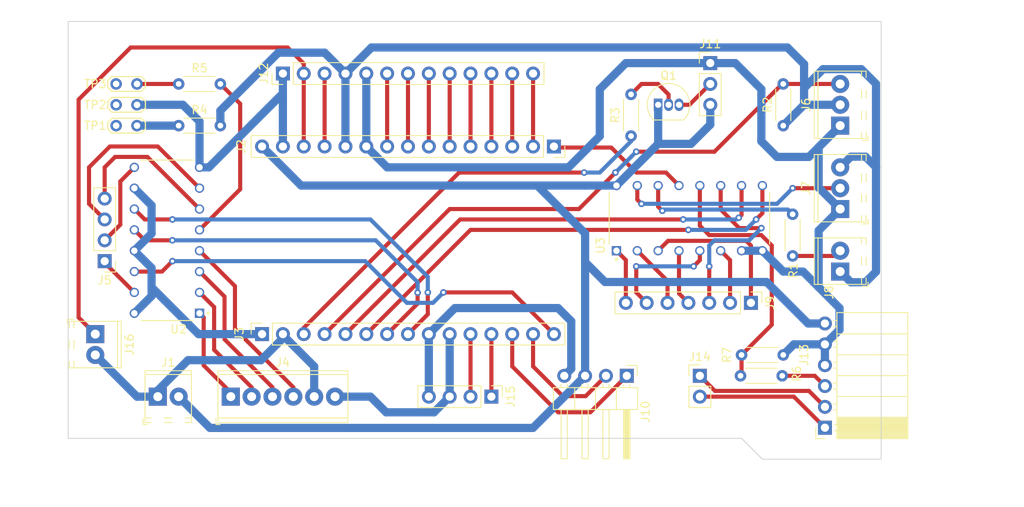
<source format=kicad_pcb>
(kicad_pcb (version 20221018) (generator pcbnew)
  (layers (0 "F.Cu" signal) (31 "B.Cu" signal) (34 "B.Paste" user) (35 "F.Paste" user) (36 "B.SilkS" user "B.Silkscreen") (37 "F.SilkS" user "F.Silkscreen") (38 "B.Mask" user) (39 "F.Mask" user) (44 "Edge.Cuts" user))
  (net 0 "")
  (net 1 "/VIN")
  (net 2 "/GND")
  (net 3 "/A0")
  (net 4 "/RSV1")
  (net 5 "/SD3")
  (net 6 "/SD2")
  (net 7 "/SD1")
  (net 8 "/CMD")
  (net 9 "/SD0")
  (net 10 "/CLK")
  (net 11 "/VCC")
  (net 12 "/EN")
  (net 13 "/RST")
  (net 14 "/RX")
  (net 15 "/D8")
  (net 16 "/D6")
  (net 17 "/D5")
  (net 18 "/D4")
  (net 19 "/D3")
  (net 20 "/D0")
  (net 21 "/WATER_DAT")
  (net 22 "/LIGHT_DAT")
  (net 23 "/Y3")
  (net 24 "/Y2")
  (net 25 "/Y1")
  (net 26 "/Y0")
  (net 27 "/X3")
  (net 28 "/RSV2")
  (net 29 "/INH")
  (net 30 "/Y")
  (net 31 "/SDA")
  (net 32 "/SCL")
  (net 33 "/T0")
  (net 34 "/P0")
  (net 35 "/D7")
  (net 36 "/TX")
  (net 37 "/Do")
  (net 38 "/S0")
  (net 39 "/S1")
  (net 40 "/S2")
  (net 41 "/S3")
  (net 42 "/QA")
  (net 43 "/QG")
  (net 44 "/QH'")
  (net 45 "/TX5V")
  (net 46 "/TXR")
  (net 47 "/VCCR")
  (net 48 "/R_LED")
  (net 49 "/R_LEDR")
  (net 50 "/QH")
  (net 51 "/LIGHT_DATR")
  (net 52 "/P0R")
  (footprint "TerminalBlock_Phoenix:TerminalBlock_Phoenix_MPT-0,5-3-2.54_1x03_P2.54mm_Horizontal" (layer "F.Cu") (at 188.042 86.36 90)
    (fp_text reference "J6" (at 2.54 -4.16 90) (layer "F.SilkS"))
    (fp_text value "Temp_sensor_terminal")
    (pad "" np_thru_hole circle (at 0 2.54 90) (size 1.1 1.1) (drill 1.1) (layers "*.Cu" "*.Mask"))
    (pad "" np_thru_hole circle (at 2.54 2.54 90) (size 1.1 1.1) (drill 1.1) (layers "*.Cu" "*.Mask"))
    (pad "" np_thru_hole circle (at 5.08 2.54 90) (size 1.1 1.1) (drill 1.1) (layers "*.Cu" "*.Mask"))
    (pad "1" thru_hole rect (at 0 0 90) (size 2.2 2.2) (drill 1.1) (layers "*.Cu" "*.Mask") (net 2 "/GND"))
    (pad "2" thru_hole circle (at 2.54 0 90) (size 2.2 2.2) (drill 1.1) (layers "*.Cu" "*.Mask") (net 11 "/VCC"))
    (pad "3" thru_hole circle (at 5.08 0 90) (size 2.2 2.2) (drill 1.1) (layers "*.Cu" "*.Mask") (net 14 "/RX"))
  )
  (footprint "TestPoint:TestPoint_2Pads_Pitch2.54mm_Drill0.8mm" (layer "F.Cu") (at 102.362 81.28 180)
    (fp_text reference "TP3" (at 5.08 0) (layer "F.SilkS"))
    (fp_text value "LED_an_R")
    (pad "1" thru_hole circle (at 0 0 180) (size 1.4 1.4) (drill 0.8) (layers "*.Cu" "*.Mask") (net 49 "/R_LEDR"))
    (pad "2" thru_hole circle (at 2.54 0 180) (size 1.4 1.4) (drill 0.8) (layers "*.Cu" "*.Mask"))
  )
  (footprint "TerminalBlock_Phoenix:TerminalBlock_Phoenix_MPT-0,5-2-2.54_1x02_P2.54mm_Horizontal" (layer "F.Cu") (at 104.902 119.38)
    (fp_text reference "J1" (at 1.27 -4.16) (layer "F.SilkS"))
    (fp_text value "Power_terminal")
    (pad "" np_thru_hole circle (at 0 2.54) (size 1.1 1.1) (drill 1.1) (layers "*.Cu" "*.Mask"))
    (pad "" np_thru_hole circle (at 2.54 2.54) (size 1.1 1.1) (drill 1.1) (layers "*.Cu" "*.Mask"))
    (pad "1" thru_hole rect (at 0 0) (size 2.2 2.2) (drill 1.1) (layers "*.Cu" "*.Mask") (net 2 "/GND"))
    (pad "2" thru_hole circle (at 2.54 0) (size 2.2 2.2) (drill 1.1) (layers "*.Cu" "*.Mask") (net 1 "/VIN"))
  )
  (footprint "Resistor_THT:R_Axial_DIN0204_L3.6mm_D1.6mm_P5.08mm_Horizontal" (layer "F.Cu") (at 181.102 114.3 180)
    (fp_text reference "R7" (at 6.858 0 90) (layer "F.SilkS"))
    (fp_text value "2KR")
    (pad "1" thru_hole circle (at 0 0 180) (size 1.4 1.4) (drill 0.7) (layers "*.Cu" "*.Mask") (net 2 "/GND"))
    (pad "2" thru_hole oval (at 5.08 0 180) (size 1.4 1.4) (drill 0.7) (layers "*.Cu" "*.Mask") (net 52 "/P0R"))
  )
  (footprint "MountingHole:MountingHole_2.5mm" (layer "F.Cu") (at 186.182 76.2 -90)
    (fp_text reference "H1" hide)
    (fp_text value "MountingHole")
    (pad "" np_thru_hole circle (at 0 0 270) (size 2.5 2.5) (drill 2.5) (layers "*.Cu" "*.Mask"))
  )
  (footprint "Connector_PinHeader_2.54mm:PinHeader_1x03_P2.54mm_Vertical" (layer "F.Cu") (at 172.212 78.74)
    (fp_text reference "J11" (at 0 -2.33) (layer "F.SilkS"))
    (fp_text value "Feeder_servo_pins")
    (pad "1" thru_hole rect (at 0 0) (size 1.7 1.7) (drill 1) (layers "*.Cu" "*.Mask") (net 2 "/GND"))
    (pad "2" thru_hole oval (at 0 2.54) (size 1.7 1.7) (drill 1) (layers "*.Cu" "*.Mask") (net 45 "/TX5V"))
    (pad "3" thru_hole oval (at 0 5.08) (size 1.7 1.7) (drill 1) (layers "*.Cu" "*.Mask") (net 1 "/VIN"))
  )
  (footprint "Connector_PinHeader_2.54mm:PinHeader_1x07_P2.54mm_Vertical" (layer "F.Cu") (at 177.165 107.95 -90)
    (fp_text reference "J9" (at 0 -2.33 90) (layer "F.SilkS"))
    (fp_text value "MUX_pins")
    (pad "1" thru_hole rect (at 0 0 270) (size 1.7 1.7) (drill 1) (layers "*.Cu" "*.Mask") (net 30 "/Y"))
    (pad "2" thru_hole oval (at 0 2.54 270) (size 1.7 1.7) (drill 1) (layers "*.Cu" "*.Mask") (net 29 "/INH"))
    (pad "3" thru_hole oval (at 0 5.08 270) (size 1.7 1.7) (drill 1) (layers "*.Cu" "*.Mask") (net 27 "/X3"))
    (pad "4" thru_hole oval (at 0 7.62 270) (size 1.7 1.7) (drill 1) (layers "*.Cu" "*.Mask") (net 23 "/Y3"))
    (pad "5" thru_hole oval (at 0 10.16 270) (size 1.7 1.7) (drill 1) (layers "*.Cu" "*.Mask") (net 24 "/Y2"))
    (pad "6" thru_hole oval (at 0 12.7 270) (size 1.7 1.7) (drill 1) (layers "*.Cu" "*.Mask") (net 25 "/Y1"))
    (pad "7" thru_hole oval (at 0 15.24 270) (size 1.7 1.7) (drill 1) (layers "*.Cu" "*.Mask") (net 26 "/Y0"))
  )
  (footprint "Package_TO_SOT_THT:TO-92_Inline" (layer "F.Cu") (at 165.862 83.82)
    (fp_text reference "Q1" (at 1.27 -3.556) (layer "F.SilkS"))
    (fp_text value "BC547")
    (pad "1" thru_hole rect (at 0 0) (size 1.05 1.5) (drill 0.75) (layers "*.Cu" "*.Mask") (net 1 "/VIN"))
    (pad "2" thru_hole oval (at 1.27 0) (size 1.05 1.5) (drill 0.75) (layers "*.Cu" "*.Mask") (net 46 "/TXR"))
    (pad "3" thru_hole oval (at 2.54 0) (size 1.05 1.5) (drill 0.75) (layers "*.Cu" "*.Mask") (net 45 "/TX5V"))
  )
  (footprint "MountingHole:MountingHole_2.5mm" (layer "F.Cu") (at 97.282 76.2 -90)
    (fp_text reference "H3" hide)
    (fp_text value "MountingHole")
    (pad "" np_thru_hole circle (at 0 0 270) (size 2.5 2.5) (drill 2.5) (layers "*.Cu" "*.Mask"))
  )
  (footprint "Resistor_THT:R_Axial_DIN0204_L3.6mm_D1.6mm_P5.08mm_Horizontal" (layer "F.Cu") (at 182.245 102.235 90)
    (fp_text reference "R1" (at -1.778 0.082 90) (layer "F.SilkS"))
    (fp_text value "10kR")
    (pad "1" thru_hole circle (at 0 0 90) (size 1.4 1.4) (drill 0.7) (layers "*.Cu" "*.Mask") (net 22 "/LIGHT_DAT"))
    (pad "2" thru_hole oval (at 5.08 0 90) (size 1.4 1.4) (drill 0.7) (layers "*.Cu" "*.Mask") (net 51 "/LIGHT_DATR"))
  )
  (footprint "Resistor_THT:R_Axial_DIN0204_L3.6mm_D1.6mm_P5.08mm_Horizontal" (layer "F.Cu") (at 162.56 87.63 90)
    (fp_text reference "R3" (at 2.54 -1.92 90) (layer "F.SilkS"))
    (fp_text value "10kR")
    (pad "1" thru_hole circle (at 0 0 90) (size 1.4 1.4) (drill 0.7) (layers "*.Cu" "*.Mask") (net 36 "/TX"))
    (pad "2" thru_hole oval (at 5.08 0 90) (size 1.4 1.4) (drill 0.7) (layers "*.Cu" "*.Mask") (net 46 "/TXR"))
  )
  (footprint "Resistor_THT:R_Axial_DIN0204_L3.6mm_D1.6mm_P5.08mm_Horizontal" (layer "F.Cu") (at 107.442 81.28)
    (fp_text reference "R5" (at 2.54 -1.92) (layer "F.SilkS"))
    (fp_text value "470R")
    (pad "1" thru_hole circle (at 0 0) (size 1.4 1.4) (drill 0.7) (layers "*.Cu" "*.Mask") (net 49 "/R_LEDR"))
    (pad "2" thru_hole oval (at 5.08 0) (size 1.4 1.4) (drill 0.7) (layers "*.Cu" "*.Mask") (net 48 "/R_LED"))
  )
  (footprint "MountingHole:MountingHole_2.5mm" (layer "F.Cu") (at 181.102 122.936 -90)
    (fp_text reference "H2" hide)
    (fp_text value "MountingHole")
    (pad "" np_thru_hole circle (at 0 0 270) (size 2.5 2.5) (drill 2.5) (layers "*.Cu" "*.Mask"))
  )
  (footprint "Connector_PinHeader_2.54mm:PinHeader_1x04_P2.54mm_Horizontal" (layer "F.Cu") (at 162.042 116.84 -90)
    (fp_text reference "J10" (at 4.385 -2.27 90) (layer "F.SilkS"))
    (fp_text value "LCD_pins")
    (pad "1" thru_hole rect (at 0 0 270) (size 1.7 1.7) (drill 1) (layers "*.Cu" "*.Mask") (net 31 "/SDA"))
    (pad "2" thru_hole oval (at 0 2.54 270) (size 1.7 1.7) (drill 1) (layers "*.Cu" "*.Mask") (net 32 "/SCL"))
    (pad "3" thru_hole oval (at 0 5.08 270) (size 1.7 1.7) (drill 1) (layers "*.Cu" "*.Mask") (net 1 "/VIN"))
    (pad "4" thru_hole oval (at 0 7.62 270) (size 1.7 1.7) (drill 1) (layers "*.Cu" "*.Mask") (net 2 "/GND"))
  )
  (footprint "Resistor_THT:R_Axial_DIN0204_L3.6mm_D1.6mm_P5.08mm_Horizontal" (layer "F.Cu") (at 175.895 116.84)
    (fp_text reference "R6" (at 6.858 -0.254 90) (layer "F.SilkS"))
    (fp_text value "1KR")
    (pad "1" thru_hole circle (at 0 0) (size 1.4 1.4) (drill 0.7) (layers "*.Cu" "*.Mask") (net 52 "/P0R"))
    (pad "2" thru_hole oval (at 5.08 0) (size 1.4 1.4) (drill 0.7) (layers "*.Cu" "*.Mask") (net 34 "/P0"))
  )
  (footprint "MountingHole:MountingHole_2.5mm" (layer "F.Cu") (at 96.52 121.92)
    (fp_text reference "H4" hide)
    (fp_text value "MountingHole")
    (pad "" np_thru_hole circle (at 0 0) (size 2.5 2.5) (drill 2.5) (layers "*.Cu" "*.Mask"))
  )
  (footprint "CD4052BE:DIP794W45P254L1969H508Q16" (layer "F.Cu") (at 169.672 97.63 90)
    (fp_text reference "U3" (at -3.335 -10.835 90) (layer "F.SilkS"))
    (fp_text value "CD4052B")
    (pad "1" thru_hole rect (at -3.97 -8.89 90) (size 1.13 1.13) (drill 0.78) (layers "*.Cu" "*.Mask") (net 26 "/Y0"))
    (pad "2" thru_hole circle (at -3.97 -6.35 90) (size 1.13 1.13) (drill 0.78) (layers "*.Cu" "*.Mask") (net 24 "/Y2"))
    (pad "3" thru_hole circle (at -3.97 -3.81 90) (size 1.13 1.13) (drill 0.78) (layers "*.Cu" "*.Mask") (net 30 "/Y"))
    (pad "4" thru_hole circle (at -3.97 -1.27 90) (size 1.13 1.13) (drill 0.78) (layers "*.Cu" "*.Mask") (net 23 "/Y3"))
    (pad "5" thru_hole circle (at -3.97 1.27 90) (size 1.13 1.13) (drill 0.78) (layers "*.Cu" "*.Mask") (net 25 "/Y1"))
    (pad "6" thru_hole circle (at -3.97 3.81 90) (size 1.13 1.13) (drill 0.78) (layers "*.Cu" "*.Mask") (net 29 "/INH"))
    (pad "7" thru_hole circle (at -3.97 6.35 90) (size 1.13 1.13) (drill 0.78) (layers "*.Cu" "*.Mask") (net 2 "/GND"))
    (pad "8" thru_hole circle (at -3.97 8.89 90) (size 1.13 1.13) (drill 0.78) (layers "*.Cu" "*.Mask") (net 2 "/GND"))
    (pad "9" thru_hole circle (at 3.97 8.89 90) (size 1.13 1.13) (drill 0.78) (layers "*.Cu" "*.Mask") (net 35 "/D7"))
    (pad "10" thru_hole circle (at 3.97 6.35 90) (size 1.13 1.13) (drill 0.78) (layers "*.Cu" "*.Mask") (net 15 "/D8"))
    (pad "11" thru_hole circle (at 3.97 3.81 90) (size 1.13 1.13) (drill 0.78) (layers "*.Cu" "*.Mask") (net 27 "/X3"))
    (pad "12" thru_hole circle (at 3.97 1.27 90) (size 1.13 1.13) (drill 0.78) (layers "*.Cu" "*.Mask") (net 52 "/P0R"))
    (pad "13" thru_hole circle (at 3.97 -1.27 90) (size 1.13 1.13) (drill 0.78) (layers "*.Cu" "*.Mask") (net 3 "/A0"))
    (pad "14" thru_hole circle (at 3.97 -3.81 90) (size 1.13 1.13) (drill 0.78) (layers "*.Cu" "*.Mask") (net 51 "/LIGHT_DATR"))
    (pad "15" thru_hole circle (at 3.97 -6.35 90) (size 1.13 1.13) (drill 0.78) (layers "*.Cu" "*.Mask") (net 21 "/WATER_DAT"))
    (pad "16" thru_hole circle (at 3.97 -8.89 90) (size 1.13 1.13) (drill 0.78) (layers "*.Cu" "*.Mask") (net 1 "/VIN"))
  )
  (footprint "TerminalBlock_Phoenix:TerminalBlock_Phoenix_MPT-0,5-3-2.54_1x03_P2.54mm_Horizontal" (layer "F.Cu") (at 188.042 96.52 90)
    (fp_text reference "J7" (at 2.54 -4.16 90) (layer "F.SilkS"))
    (fp_text value "Water_sensor_terminal")
    (pad "" np_thru_hole circle (at 0 2.54 90) (size 1.1 1.1) (drill 1.1) (layers "*.Cu" "*.Mask"))
    (pad "" np_thru_hole circle (at 2.54 2.54 90) (size 1.1 1.1) (drill 1.1) (layers "*.Cu" "*.Mask"))
    (pad "" np_thru_hole circle (at 5.08 2.54 90) (size 1.1 1.1) (drill 1.1) (layers "*.Cu" "*.Mask"))
    (pad "1" thru_hole rect (at 0 0 90) (size 2.2 2.2) (drill 1.1) (layers "*.Cu" "*.Mask") (net 2 "/GND"))
    (pad "2" thru_hole circle (at 2.54 0 90) (size 2.2 2.2) (drill 1.1) (layers "*.Cu" "*.Mask") (net 21 "/WATER_DAT"))
    (pad "3" thru_hole circle (at 5.08 0 90) (size 2.2 2.2) (drill 1.1) (layers "*.Cu" "*.Mask") (net 11 "/VCC"))
  )
  (footprint "Connector_PinSocket_2.54mm:PinSocket_1x15_P2.54mm_Vertical" (layer "F.Cu") (at 153.162 88.9 -90)
    (fp_text reference "J2" (at 0 38.1 90) (layer "F.SilkS"))
    (fp_text value "ESP left side sockets")
    (pad "1" thru_hole rect (at 0 0 270) (size 1.7 1.7) (drill 1) (layers "*.Cu" "*.Mask") (net 3 "/A0"))
    (pad "2" thru_hole oval (at 0 2.54 270) (size 1.7 1.7) (drill 1) (layers "*.Cu" "*.Mask") (net 4 "/RSV1"))
    (pad "3" thru_hole oval (at 0 5.08 270) (size 1.7 1.7) (drill 1) (layers "*.Cu" "*.Mask") (net 28 "/RSV2"))
    (pad "4" thru_hole oval (at 0 7.62 270) (size 1.7 1.7) (drill 1) (layers "*.Cu" "*.Mask") (net 5 "/SD3"))
    (pad "5" thru_hole oval (at 0 10.16 270) (size 1.7 1.7) (drill 1) (layers "*.Cu" "*.Mask") (net 6 "/SD2"))
    (pad "6" thru_hole oval (at 0 12.7 270) (size 1.7 1.7) (drill 1) (layers "*.Cu" "*.Mask") (net 7 "/SD1"))
    (pad "7" thru_hole oval (at 0 15.24 270) (size 1.7 1.7) (drill 1) (layers "*.Cu" "*.Mask") (net 8 "/CMD"))
    (pad "8" thru_hole oval (at 0 17.78 270) (size 1.7 1.7) (drill 1) (layers "*.Cu" "*.Mask") (net 9 "/SD0"))
    (pad "9" thru_hole oval (at 0 20.32 270) (size 1.7 1.7) (drill 1) (layers "*.Cu" "*.Mask") (net 10 "/CLK"))
    (pad "10" thru_hole oval (at 0 22.86 270) (size 1.7 1.7) (drill 1) (layers "*.Cu" "*.Mask") (net 2 "/GND"))
    (pad "11" thru_hole oval (at 0 25.4 270) (size 1.7 1.7) (drill 1) (layers "*.Cu" "*.Mask") (net 11 "/VCC"))
    (pad "12" thru_hole oval (at 0 27.94 270) (size 1.7 1.7) (drill 1) (layers "*.Cu" "*.Mask") (net 12 "/EN"))
    (pad "13" thru_hole oval (at 0 30.48 270) (size 1.7 1.7) (drill 1) (layers "*.Cu" "*.Mask") (net 13 "/RST"))
    (pad "14" thru_hole oval (at 0 33.02 270) (size 1.7 1.7) (drill 1) (layers "*.Cu" "*.Mask") (net 2 "/GND"))
    (pad "15" thru_hole oval (at 0 35.56 270) (size 1.7 1.7) (drill 1) (layers "*.Cu" "*.Mask") (net 1 "/VIN"))
  )
  (footprint "Connector_PinSocket_2.54mm:PinSocket_1x06_P2.54mm_Horizontal" (layer "F.Cu") (at 186.182 123.165 180)
    (fp_text reference "J13" (at 2.54 8.865 90) (layer "F.SilkS"))
    (fp_text value "PH_sensor_sockets")
    (pad "1" thru_hole rect (at 0 0 180) (size 1.7 1.7) (drill 1) (layers "*.Cu" "*.Mask") (net 33 "/T0"))
    (pad "2" thru_hole oval (at 0 2.54 180) (size 1.7 1.7) (drill 1) (layers "*.Cu" "*.Mask") (net 37 "/Do"))
    (pad "3" thru_hole oval (at 0 5.08 180) (size 1.7 1.7) (drill 1) (layers "*.Cu" "*.Mask") (net 34 "/P0"))
    (pad "4" thru_hole oval (at 0 7.62 180) (size 1.7 1.7) (drill 1) (layers "*.Cu" "*.Mask") (net 2 "/GND"))
    (pad "5" thru_hole oval (at 0 10.16 180) (size 1.7 1.7) (drill 1) (layers "*.Cu" "*.Mask") (net 2 "/GND"))
    (pad "6" thru_hole oval (at 0 12.7 180) (size 1.7 1.7) (drill 1) (layers "*.Cu" "*.Mask") (net 1 "/VIN"))
  )
  (footprint "TerminalBlock_Phoenix:TerminalBlock_Phoenix_MPT-0,5-6-2.54_1x06_P2.54mm_Horizontal" (layer "F.Cu") (at 113.792 119.38)
    (fp_text reference "J4" (at 6.35 -4.16) (layer "F.SilkS"))
    (fp_text value "Relay_terminal")
    (pad "1" thru_hole rect (at 0 0) (size 2.2 2.2) (drill 1.1) (layers "*.Cu" "*.Mask") (net 38 "/S0"))
    (pad "2" thru_hole circle (at 2.54 0) (size 2.2 2.2) (drill 1.1) (layers "*.Cu" "*.Mask") (net 39 "/S1"))
    (pad "3" thru_hole circle (at 5.08 0) (size 2.2 2.2) (drill 1.1) (layers "*.Cu" "*.Mask") (net 40 "/S2"))
    (pad "4" thru_hole circle (at 7.62 0) (size 2.2 2.2) (drill 1.1) (layers "*.Cu" "*.Mask") (net 41 "/S3"))
    (pad "5" thru_hole circle (at 10.16 0) (size 2.2 2.2) (drill 1.1) (layers "*.Cu" "*.Mask") (net 2 "/GND"))
    (pad "6" thru_hole circle (at 12.7 0) (size 2.2 2.2) (drill 1.1) (layers "*.Cu" "*.Mask") (net 11 "/VCC"))
  )
  (footprint "Connector_PinHeader_2.54mm:PinHeader_1x13_P2.54mm_Vertical" (layer "F.Cu") (at 120.142 80.01 90)
    (fp_text reference "J12" (at 0 -2.33 90) (layer "F.SilkS"))
    (fp_text value "ESP_pins")
    (pad "1" thru_hole rect (at 0 0 90) (size 1.7 1.7) (drill 1) (layers "*.Cu" "*.Mask") (net 2 "/GND"))
    (pad "2" thru_hole oval (at 0 2.54 90) (size 1.7 1.7) (drill 1) (layers "*.Cu" "*.Mask") (net 13 "/RST"))
    (pad "3" thru_hole oval (at 0 5.08 90) (size 1.7 1.7) (drill 1) (layers "*.Cu" "*.Mask") (net 12 "/EN"))
    (pad "4" thru_hole oval (at 0 7.62 90) (size 1.7 1.7) (drill 1) (layers "*.Cu" "*.Mask") (net 11 "/VCC"))
    (pad "5" thru_hole oval (at 0 10.16 90) (size 1.7 1.7) (drill 1) (layers "*.Cu" "*.Mask") (net 2 "/GND"))
    (pad "6" thru_hole oval (at 0 12.7 90) (size 1.7 1.7) (drill 1) (layers "*.Cu" "*.Mask") (net 10 "/CLK"))
    (pad "7" thru_hole oval (at 0 15.24 90) (size 1.7 1.7) (drill 1) (layers "*.Cu" "*.Mask") (net 9 "/SD0"))
    (pad "8" thru_hole oval (at 0 17.78 90) (size 1.7 1.7) (drill 1) (layers "*.Cu" "*.Mask") (net 8 "/CMD"))
    (pad "9" thru_hole oval (at 0 20.32 90) (size 1.7 1.7) (drill 1) (layers "*.Cu" "*.Mask") (net 7 "/SD1"))
    (pad "10" thru_hole oval (at 0 22.86 90) (size 1.7 1.7) (drill 1) (layers "*.Cu" "*.Mask") (net 6 "/SD2"))
    (pad "11" thru_hole oval (at 0 25.4 90) (size 1.7 1.7) (drill 1) (layers "*.Cu" "*.Mask") (net 5 "/SD3"))
    (pad "12" thru_hole oval (at 0 27.94 90) (size 1.7 1.7) (drill 1) (layers "*.Cu" "*.Mask") (net 28 "/RSV2"))
    (pad "13" thru_hole oval (at 0 30.48 90) (size 1.7 1.7) (drill 1) (layers "*.Cu" "*.Mask") (net 4 "/RSV1"))
  )
  (footprint "Resistor_THT:R_Axial_DIN0204_L3.6mm_D1.6mm_P5.08mm_Horizontal" (layer "F.Cu") (at 107.442 86.36)
    (fp_text reference "R4" (at 2.54 -1.92) (layer "F.SilkS"))
    (fp_text value "470R")
    (pad "1" thru_hole circle (at 0 0) (size 1.4 1.4) (drill 0.7) (layers "*.Cu" "*.Mask") (net 47 "/VCCR"))
    (pad "2" thru_hole oval (at 5.08 0) (size 1.4 1.4) (drill 0.7) (layers "*.Cu" "*.Mask") (net 11 "/VCC"))
  )
  (footprint "Connector_PinSocket_2.54mm:PinSocket_1x15_P2.54mm_Vertical" (layer "F.Cu") (at 117.602 111.76 90)
    (fp_text reference "J3" (at 0 -2.77 90) (layer "F.SilkS"))
    (fp_text value "ESP right side sockets")
    (pad "1" thru_hole rect (at 0 0 90) (size 1.7 1.7) (drill 1) (layers "*.Cu" "*.Mask") (net 11 "/VCC"))
    (pad "2" thru_hole oval (at 0 2.54 90) (size 1.7 1.7) (drill 1) (layers "*.Cu" "*.Mask") (net 2 "/GND"))
    (pad "3" thru_hole oval (at 0 5.08 90) (size 1.7 1.7) (drill 1) (layers "*.Cu" "*.Mask") (net 36 "/TX"))
    (pad "4" thru_hole oval (at 0 7.62 90) (size 1.7 1.7) (drill 1) (layers "*.Cu" "*.Mask") (net 14 "/RX"))
    (pad "5" thru_hole oval (at 0 10.16 90) (size 1.7 1.7) (drill 1) (layers "*.Cu" "*.Mask") (net 15 "/D8"))
    (pad "6" thru_hole oval (at 0 12.7 90) (size 1.7 1.7) (drill 1) (layers "*.Cu" "*.Mask") (net 35 "/D7"))
    (pad "7" thru_hole oval (at 0 15.24 90) (size 1.7 1.7) (drill 1) (layers "*.Cu" "*.Mask") (net 16 "/D6"))
    (pad "8" thru_hole oval (at 0 17.78 90) (size 1.7 1.7) (drill 1) (layers "*.Cu" "*.Mask") (net 17 "/D5"))
    (pad "9" thru_hole oval (at 0 20.32 90) (size 1.7 1.7) (drill 1) (layers "*.Cu" "*.Mask") (net 2 "/GND"))
    (pad "10" thru_hole oval (at 0 22.86 90) (size 1.7 1.7) (drill 1) (layers "*.Cu" "*.Mask") (net 11 "/VCC"))
    (pad "11" thru_hole oval (at 0 25.4 90) (size 1.7 1.7) (drill 1) (layers "*.Cu" "*.Mask") (net 18 "/D4"))
    (pad "12" thru_hole oval (at 0 27.94 90) (size 1.7 1.7) (drill 1) (layers "*.Cu" "*.Mask") (net 19 "/D3"))
    (pad "13" thru_hole oval (at 0 30.48 90) (size 1.7 1.7) (drill 1) (layers "*.Cu" "*.Mask") (net 31 "/SDA"))
    (pad "14" thru_hole oval (at 0 33.02 90) (size 1.7 1.7) (drill 1) (layers "*.Cu" "*.Mask") (net 32 "/SCL"))
    (pad "15" thru_hole oval (at 0 35.56 90) (size 1.7 1.7) (drill 1) (layers "*.Cu" "*.Mask") (net 20 "/D0"))
  )
  (footprint "TestPoint:TestPoint_2Pads_Pitch2.54mm_Drill0.8mm" (layer "F.Cu") (at 102.362 86.36 180)
    (fp_text reference "TP1" (at 5.08 0) (layer "F.SilkS"))
    (fp_text value "LED_an_G")
    (pad "1" thru_hole circle (at 0 0 180) (size 1.4 1.4) (drill 0.8) (layers "*.Cu" "*.Mask") (net 47 "/VCCR"))
    (pad "2" thru_hole circle (at 2.54 0 180) (size 1.4 1.4) (drill 0.8) (layers "*.Cu" "*.Mask"))
  )
  (footprint "Connector_PinHeader_2.54mm:PinHeader_1x02_P2.54mm_Vertical" (layer "F.Cu") (at 170.942 116.84)
    (fp_text reference "J14" (at 0 -2.33) (layer "F.SilkS"))
    (fp_text value "Ph_sesnor-pins")
    (pad "1" thru_hole rect (at 0 0) (size 1.7 1.7) (drill 1) (layers "*.Cu" "*.Mask") (net 37 "/Do"))
    (pad "2" thru_hole oval (at 0 2.54) (size 1.7 1.7) (drill 1) (layers "*.Cu" "*.Mask") (net 33 "/T0"))
  )
  (footprint "Resistor_THT:R_Axial_DIN0204_L3.6mm_D1.6mm_P5.08mm_Horizontal" (layer "F.Cu") (at 181.102 86.36 90)
    (fp_text reference "R2" (at 2.54 -1.92 90) (layer "F.SilkS"))
    (fp_text value "4700R")
    (pad "1" thru_hole circle (at 0 0 90) (size 1.4 1.4) (drill 0.7) (layers "*.Cu" "*.Mask") (net 11 "/VCC"))
    (pad "2" thru_hole oval (at 5.08 0 90) (size 1.4 1.4) (drill 0.7) (layers "*.Cu" "*.Mask") (net 14 "/RX"))
  )
  (footprint "TerminalBlock_Phoenix:TerminalBlock_Phoenix_MPT-0,5-2-2.54_1x02_P2.54mm_Horizontal" (layer "F.Cu") (at 188.042 104.14 90)
    (fp_text reference "J8" (at -2.54 -1.352 90) (layer "F.SilkS"))
    (fp_text value "Light_sensor_terminal")
    (pad "" np_thru_hole circle (at 0 2.54 90) (size 1.1 1.1) (drill 1.1) (layers "*.Cu" "*.Mask"))
    (pad "" np_thru_hole circle (at 2.54 2.54 90) (size 1.1 1.1) (drill 1.1) (layers "*.Cu" "*.Mask"))
    (pad "1" thru_hole rect (at 0 0 90) (size 2.2 2.2) (drill 1.1) (layers "*.Cu" "*.Mask") (net 11 "/VCC"))
    (pad "2" thru_hole circle (at 2.54 0 90) (size 2.2 2.2) (drill 1.1) (layers "*.Cu" "*.Mask") (net 22 "/LIGHT_DAT"))
  )
  (footprint "Connector_PinHeader_2.54mm:PinHeader_1x04_P2.54mm_Vertical" (layer "F.Cu") (at 145.542 119.38 -90)
    (fp_text reference "J15" (at 0 -2.33 90) (layer "F.SilkS"))
    (fp_text value "Power & D3-D4")
    (pad "1" thru_hole rect (at 0 0 270) (size 1.7 1.7) (drill 1) (layers "*.Cu" "*.Mask") (net 19 "/D3"))
    (pad "2" thru_hole oval (at 0 2.54 270) (size 1.7 1.7) (drill 1) (layers "*.Cu" "*.Mask") (net 18 "/D4"))
    (pad "3" thru_hole oval (at 0 5.08 270) (size 1.7 1.7) (drill 1) (layers "*.Cu" "*.Mask") (net 11 "/VCC"))
    (pad "4" thru_hole oval (at 0 7.62 270) (size 1.7 1.7) (drill 1) (layers "*.Cu" "*.Mask") (net 2 "/GND"))
  )
  (footprint "TerminalBlock_Phoenix:TerminalBlock_Phoenix_MPT-0,5-2-2.54_1x02_P2.54mm_Horizontal" (layer "F.Cu") (at 97.282 111.76 -90)
    (fp_text reference "J16" (at 1.27 -4.16 90) (layer "F.SilkS"))
    (fp_text value "Reset_button_terminal")
    (pad "" np_thru_hole circle (at 0 2.54 270) (size 1.1 1.1) (drill 1.1) (layers "*.Cu" "*.Mask"))
    (pad "" np_thru_hole circle (at 2.54 2.54 270) (size 1.1 1.1) (drill 1.1) (layers "*.Cu" "*.Mask"))
    (pad "1" thru_hole rect (at 0 0 270) (size 2.2 2.2) (drill 1.1) (layers "*.Cu" "*.Mask") (net 13 "/RST"))
    (pad "2" thru_hole circle (at 2.54 0 270) (size 2.2 2.2) (drill 1.1) (layers "*.Cu" "*.Mask") (net 2 "/GND"))
  )
  (footprint "CD4052BE:DIP794W45P254L1969H508Q16" (layer "F.Cu") (at 106.012 100.33 180)
    (fp_text reference "U2" (at -1.425 -10.835) (layer "F.SilkS"))
    (fp_text value "74HC595")
    (pad "1" thru_hole rect (at -3.97 -8.89 180) (size 1.13 1.13) (drill 0.78) (layers "*.Cu" "*.Mask") (net 38 "/S0"))
    (pad "2" thru_hole circle (at -3.97 -6.35 180) (size 1.13 1.13) (drill 0.78) (layers "*.Cu" "*.Mask") (net 39 "/S1"))
    (pad "3" thru_hole circle (at -3.97 -3.81 180) (size 1.13 1.13) (drill 0.78) (layers "*.Cu" "*.Mask") (net 40 "/S2"))
    (pad "4" thru_hole circle (at -3.97 -1.27 180) (size 1.13 1.13) (drill 0.78) (layers "*.Cu" "*.Mask") (net 41 "/S3"))
    (pad "5" thru_hole circle (at -3.97 1.27 180) (size 1.13 1.13) (drill 0.78) (layers "*.Cu" "*.Mask") (net 48 "/R_LED"))
    (pad "6" thru_hole circle (at -3.97 3.81 180) (size 1.13 1.13) (drill 0.78) (layers "*.Cu" "*.Mask") (net 43 "/QG"))
    (pad "7" thru_hole circle (at -3.97 6.35 180) (size 1.13 1.13) (drill 0.78) (layers "*.Cu" "*.Mask") (net 50 "/QH"))
    (pad "8" thru_hole circle (at -3.97 8.89 180) (size 1.13 1.13) (drill 0.78) (layers "*.Cu" "*.Mask") (net 2 "/GND"))
    (pad "9" thru_hole circle (at 3.97 8.89 180) (size 1.13 1.13) (drill 0.78) (layers "*.Cu" "*.Mask") (net 44 "/QH'"))
    (pad "10" thru_hole circle (at 3.97 6.35 180) (size 1.13 1.13) (drill 0.78) (layers "*.Cu" "*.Mask") (net 11 "/VCC"))
    (pad "11" thru_hole circle (at 3.97 3.81 180) (size 1.13 1.13) (drill 0.78) (layers "*.Cu" "*.Mask") (net 17 "/D5"))
    (pad "12" thru_hole circle (at 3.97 1.27 180) (size 1.13 1.13) (drill 0.78) (layers "*.Cu" "*.Mask") (net 16 "/D6"))
    (pad "13" thru_hole circle (at 3.97 -1.27 180) (size 1.13 1.13) (drill 0.78) (layers "*.Cu" "*.Mask") (net 11 "/VCC"))
    (pad "14" thru_hole circle (at 3.97 -3.81 180) (size 1.13 1.13) (drill 0.78) (layers "*.Cu" "*.Mask") (net 20 "/D0"))
    (pad "15" thru_hole circle (at 3.97 -6.35 180) (size 1.13 1.13) (drill 0.78) (layers "*.Cu" "*.Mask") (net 42 "/QA"))
    (pad "16" thru_hole circle (at 3.97 -8.89 180) (size 1.13 1.13) (drill 0.78) (layers "*.Cu" "*.Mask") (net 11 "/VCC"))
  )
  (footprint "Connector_PinHeader_2.54mm:PinHeader_1x04_P2.54mm_Vertical" (layer "F.Cu") (at 98.425 102.87 180)
    (fp_text reference "J5" (at 0 -2.33) (layer "F.SilkS"))
    (fp_text value "SREG_pins")
    (pad "1" thru_hole rect (at 0 0 180) (size 1.7 1.7) (drill 1) (layers "*.Cu" "*.Mask") (net 42 "/QA"))
    (pad "2" thru_hole oval (at 0 2.54 180) (size 1.7 1.7) (drill 1) (layers "*.Cu" "*.Mask") (net 44 "/QH'"))
    (pad "3" thru_hole oval (at 0 5.08 180) (size 1.7 1.7) (drill 1) (layers "*.Cu" "*.Mask") (net 50 "/QH"))
    (pad "4" thru_hole oval (at 0 7.62 180) (size 1.7 1.7) (drill 1) (layers "*.Cu" "*.Mask") (net 43 "/QG"))
  )
  (footprint "TestPoint:TestPoint_2Pads_Pitch2.54mm_Drill0.8mm" (layer "F.Cu") (at 102.362 83.82 180)
    (fp_text reference "TP2" (at 5.08 0) (layer "F.SilkS"))
    (fp_text value "LED_common_cat")
    (pad "1" thru_hole circle (at 0 0 180) (size 1.4 1.4) (drill 0.8) (layers "*.Cu" "*.Mask") (net 2 "/GND"))
    (pad "2" thru_hole circle (at 2.54 0 180) (size 1.4 1.4) (drill 0.8) (layers "*.Cu" "*.Mask"))
  )
  (gr_line (start 93.98 124.46) (end 93.98 73.66) (stroke (width 0.1)) (layer "Edge.Cuts"))
  (gr_line (start 193.04 127) (end 191.262 127) (stroke (width 0.1)) (layer "Edge.Cuts"))
  (gr_line (start 94.742 73.66) (end 93.98 73.66) (stroke (width 0.1)) (layer "Edge.Cuts"))
  (gr_line (start 107.442 73.66) (end 191.262 73.66) (stroke (width 0.1)) (layer "Edge.Cuts"))
  (gr_line (start 193.04 73.66) (end 191.262 73.66) (stroke (width 0.1)) (layer "Edge.Cuts"))
  (gr_line (start 191.262 127) (end 178.562 127) (stroke (width 0.1)) (layer "Edge.Cuts"))
  (gr_line (start 94.742 73.66) (end 107.442 73.66) (stroke (width 0.1)) (layer "Edge.Cuts"))
  (gr_line (start 193.04 73.66) (end 193.04 127) (stroke (width 0.1)) (layer "Edge.Cuts"))
  (gr_line (start 178.562 127) (end 176.022 124.46) (stroke (width 0.1)) (layer "Edge.Cuts"))
  (gr_line (start 176.022 124.46) (end 94.742 124.46) (stroke (width 0.1)) (layer "Edge.Cuts"))
  (gr_line (start 94.742 124.46) (end 93.98 124.46) (stroke (width 0.1)) (layer "Edge.Cuts"))
  (segment (start 179.07 105.41) (end 159.385 105.41) (width 1) (layer "B.Cu") (net 1))
  (segment (start 165.862 83.82) (end 165.862 88.58) (width 1) (layer "B.Cu") (net 1))
  (segment (start 184.125 110.465) (end 179.07 105.41) (width 1) (layer "B.Cu") (net 1))
  (segment (start 156.962 102.87) (end 156.962 99.492) (width 1) (layer "B.Cu") (net 1))
  (segment (start 107.442 119.38) (end 111.252 123.19) (width 1) (layer "B.Cu") (net 1))
  (segment (start 111.252 123.19) (end 150.612 123.19) (width 1) (layer "B.Cu") (net 1))
  (segment (start 172.212 83.82) (end 172.212 86.233) (width 1) (layer "B.Cu") (net 1))
  (segment (start 186.182 110.465) (end 184.125 110.465) (width 1) (layer "B.Cu") (net 1))
  (segment (start 159.385 105.41) (end 156.962 102.987) (width 1) (layer "B.Cu") (net 1))
  (segment (start 151.13 93.66) (end 122.362 93.66) (width 1) (layer "B.Cu") (net 1))
  (segment (start 122.362 93.66) (end 117.602 88.9) (width 1) (layer "B.Cu") (net 1))
  (segment (start 151.13 93.66) (end 156.972 93.66) (width 1) (layer "B.Cu") (net 1))
  (segment (start 156.962 102.987) (end 156.962 102.87) (width 1) (layer "B.Cu") (net 1))
  (segment (start 169.865 88.58) (end 165.862 88.58) (width 1) (layer "B.Cu") (net 1))
  (segment (start 150.612 123.19) (end 156.962 116.84) (width 1) (layer "B.Cu") (net 1))
  (segment (start 172.212 86.233) (end 169.865 88.58) (width 1) (layer "B.Cu") (net 1))
  (segment (start 160.782 93.66) (end 156.972 93.66) (width 1) (layer "B.Cu") (net 1))
  (segment (start 165.862 88.58) (end 160.782 93.66) (width 1) (layer "B.Cu") (net 1))
  (segment (start 156.962 116.84) (end 156.962 102.87) (width 1) (layer "B.Cu") (net 1))
  (segment (start 156.962 99.492) (end 151.13 93.66) (width 1) (layer "B.Cu") (net 1))
  (segment (start 120.142 112.268) (end 117.475 114.935) (width 1) (layer "B.Cu") (net 2))
  (segment (start 178.435 88.265) (end 180.34 90.17) (width 1) (layer "B.Cu") (net 2))
  (segment (start 155.272 110.187) (end 153.67 108.585) (width 1) (layer "B.Cu") (net 2))
  (segment (start 158.75 81.915) (end 158.75 87.63) (width 1) (layer "B.Cu") (net 2))
  (segment (start 185.42 93.903585) (end 185.42 88.982) (width 1) (layer "B.Cu") (net 2))
  (segment (start 158.75 87.63) (end 154.94 91.44) (width 1) (layer "B.Cu") (net 2))
  (segment (start 153.67 108.585) (end 141.097 108.585) (width 1) (layer "B.Cu") (net 2))
  (segment (start 178.562 101.6) (end 181.102 104.14) (width 1) (layer "B.Cu") (net 2))
  (segment (start 183.515 104.14) (end 185.42 106.045) (width 1) (layer "B.Cu") (net 2))
  (segment (start 120.142 111.887) (end 123.952 115.697) (width 1) (layer "B.Cu") (net 2))
  (segment (start 109.982 91.44) (end 111.125 91.44) (width 1) (layer "B.Cu") (net 2))
  (segment (start 185.42 106.045) (end 185.42 99.142) (width 1) (layer "B.Cu") (net 2))
  (segment (start 109.982 85.852) (end 109.982 91.44) (width 1) (layer "B.Cu") (net 2))
  (segment (start 176.022 101.6) (end 178.562 101.6) (width 1) (layer "B.Cu") (net 2))
  (segment (start 161.925 78.74) (end 158.75 81.915) (width 1) (layer "B.Cu") (net 2))
  (segment (start 182.397 113.005) (end 181.102 114.3) (width 1) (layer "B.Cu") (net 2))
  (segment (start 108.585 114.935) (end 104.902 118.618) (width 1) (layer "B.Cu") (net 2))
  (segment (start 172.212 78.74) (end 161.925 78.74) (width 1) (layer "B.Cu") (net 2))
  (segment (start 154.422 116.84) (end 155.272 115.99) (width 1) (layer "B.Cu") (net 2))
  (segment (start 102.362 83.82) (end 107.95 83.82) (width 1) (layer "B.Cu") (net 2))
  (segment (start 111.125 91.44) (end 120.142 82.423) (width 1) (layer "B.Cu") (net 2))
  (segment (start 137.922 119.38) (end 137.922 111.76) (width 1) (layer "B.Cu") (net 2))
  (segment (start 132.842 91.44) (end 130.302 88.9) (width 1) (layer "B.Cu") (net 2))
  (segment (start 102.362 119.38) (end 97.282 114.3) (width 1) (layer "B.Cu") (net 2))
  (segment (start 172.212 78.74) (end 175.26 78.74) (width 1) (layer "B.Cu") (net 2))
  (segment (start 186.182 113.005) (end 182.397 113.005) (width 1) (layer "B.Cu") (net 2))
  (segment (start 185.42 99.142) (end 188.042 96.52) (width 1) (layer "B.Cu") (net 2))
  (segment (start 187.96 111.227) (end 187.96 108.585) (width 1) (layer "B.Cu") (net 2))
  (segment (start 181.102 104.14) (end 183.515 104.14) (width 1) (layer "B.Cu") (net 2))
  (segment (start 175.26 78.74) (end 178.435 81.915) (width 1) (layer "B.Cu") (net 2))
  (segment (start 185.42 88.982) (end 188.042 86.36) (width 1) (layer "B.Cu") (net 2))
  (segment (start 184.226415 90.17) (end 188.036415 86.36) (width 1) (layer "B.Cu") (net 2))
  (segment (start 120.142 111.76) (end 120.142 112.268) (width 1) (layer "B.Cu") (net 2))
  (segment (start 188.036415 86.36) (end 188.042 86.36) (width 1) (layer "B.Cu") (net 2))
  (segment (start 120.142 88.9) (end 120.142 84.455) (width 1) (layer "B.Cu") (net 2))
  (segment (start 180.34 90.17) (end 184.226415 90.17) (width 1) (layer "B.Cu") (net 2))
  (segment (start 155.272 115.99) (end 155.272 110.187) (width 1) (layer "B.Cu") (net 2))
  (segment (start 130.302 80.01) (end 130.302 88.9) (width 1) (layer "B.Cu") (net 2))
  (segment (start 107.95 83.82) (end 109.982 85.852) (width 1) (layer "B.Cu") (net 2))
  (segment (start 188.036415 96.52) (end 185.42 93.903585) (width 1) (layer "B.Cu") (net 2))
  (segment (start 186.182 113.005) (end 187.96 111.227) (width 1) (layer "B.Cu") (net 2))
  (segment (start 104.902 119.38) (end 102.362 119.38) (width 1) (layer "B.Cu") (net 2))
  (segment (start 187.96 108.585) (end 185.42 106.045) (width 1) (layer "B.Cu") (net 2))
  (segment (start 120.142 84.455) (end 120.142 80.01) (width 1) (layer "B.Cu") (net 2))
  (segment (start 141.097 108.585) (end 137.922 111.76) (width 1) (layer "B.Cu") (net 2))
  (segment (start 117.475 114.935) (end 108.585 114.935) (width 1) (layer "B.Cu") (net 2))
  (segment (start 188.042 96.52) (end 188.036415 96.52) (width 1) (layer "B.Cu") (net 2))
  (segment (start 186.182 115.545) (end 186.182 113.005) (width 1) (layer "B.Cu") (net 2))
  (segment (start 154.94 91.44) (end 132.842 91.44) (width 1) (layer "B.Cu") (net 2))
  (segment (start 104.902 118.618) (end 104.902 119.38) (width 1) (layer "B.Cu") (net 2))
  (segment (start 123.952 115.697) (end 123.952 119.38) (width 1) (layer "B.Cu") (net 2))
  (segment (start 120.142 111.76) (end 120.142 111.887) (width 1) (layer "B.Cu") (net 2))
  (segment (start 178.435 81.915) (end 178.435 88.265) (width 1) (layer "B.Cu") (net 2))
  (segment (start 163.195 92.075) (end 166.817 92.075) (width 0.5) (layer "F.Cu") (net 3))
  (segment (start 153.162 88.9) (end 153.292 89.03) (width 0.5) (layer "F.Cu") (net 3))
  (segment (start 160.15 89.03) (end 163.195 92.075) (width 0.5) (layer "F.Cu") (net 3))
  (segment (start 153.292 89.03) (end 160.15 89.03) (width 0.5) (layer "F.Cu") (net 3))
  (segment (start 166.817 92.075) (end 168.402 93.66) (width 0.5) (layer "F.Cu") (net 3))
  (segment (start 150.622 80.01) (end 150.622 88.9) (width 0.5) (layer "F.Cu") (net 4))
  (segment (start 145.542 80.01) (end 145.542 88.9) (width 0.5) (layer "F.Cu") (net 5))
  (segment (start 143.002 80.01) (end 143.002 88.9) (width 0.5) (layer "F.Cu") (net 6))
  (segment (start 140.462 80.01) (end 140.462 88.9) (width 0.5) (layer "F.Cu") (net 7))
  (segment (start 137.922 80.01) (end 137.922 88.9) (width 0.5) (layer "F.Cu") (net 8))
  (segment (start 135.382 80.01) (end 135.382 88.9) (width 0.5) (layer "F.Cu") (net 9))
  (segment (start 132.842 80.01) (end 132.842 88.9) (width 0.5) (layer "F.Cu") (net 10))
  (segment (start 189.342 105.44) (end 191.120478 105.44) (width 1) (layer "B.Cu") (net 11))
  (segment (start 183.642 81.788) (end 183.642 83.82) (width 1) (layer "B.Cu") (net 11))
  (segment (start 102.042 101.6) (end 104.14 99.502) (width 1) (layer "B.Cu") (net 11))
  (segment (start 125.222 77.47) (end 127.762 80.01) (width 1) (layer "B.Cu") (net 11))
  (segment (start 183.642 78.867) (end 181.61 76.835) (width 1) (layer "B.Cu") (net 11))
  (segment (start 112.522 84.53) (end 119.582 77.47) (width 1) (layer "B.Cu") (net 11))
  (segment (start 185.95 79.48) (end 183.642 81.788) (width 1) (layer "B.Cu") (net 11))
  (segment (start 127.762 88.9) (end 127.762 80.01) (width 1) (layer "B.Cu") (net 11))
  (segment (start 140.462 119.38) (end 140.462 111.76) (width 1) (layer "B.Cu") (net 11))
  (segment (start 119.582 77.47) (end 125.222 77.47) (width 1) (layer "B.Cu") (net 11))
  (segment (start 188.042 104.14) (end 189.342 105.44) (width 1) (layer "B.Cu") (net 11))
  (segment (start 191.120478 90.14) (end 189.342 90.14) (width 1) (layer "B.Cu") (net 11))
  (segment (start 183.642 83.82) (end 188.042 83.82) (width 1) (layer "B.Cu") (net 11))
  (segment (start 126.492 119.38) (end 130.81 119.38) (width 1) (layer "B.Cu") (net 11))
  (segment (start 104.14 99.502) (end 104.14 96.078) (width 1) (layer "B.Cu") (net 11))
  (segment (start 181.61 76.835) (end 130.937 76.835) (width 1) (layer "B.Cu") (net 11))
  (segment (start 181.102 86.36) (end 183.642 83.82) (width 1) (layer "B.Cu") (net 11))
  (segment (start 102.042 101.6) (end 104.14 103.698) (width 1) (layer "B.Cu") (net 11))
  (segment (start 192.405 91.424522) (end 192.405 81.264522) (width 1) (layer "B.Cu") (net 11))
  (segment (start 138.557 121.285) (end 140.462 119.38) (width 1) (layer "B.Cu") (net 11))
  (segment (start 109.855 111.76) (end 104.14 106.045) (width 1) (layer "B.Cu") (net 11))
  (segment (start 112.522 86.36) (end 112.522 84.53) (width 1) (layer "B.Cu") (net 11))
  (segment (start 109.855 111.76) (end 117.602 111.76) (width 1) (layer "B.Cu") (net 11))
  (segment (start 192.405 81.264522) (end 190.620478 79.48) (width 1) (layer "B.Cu") (net 11))
  (segment (start 130.937 76.835) (end 127.762 80.01) (width 1) (layer "B.Cu") (net 11))
  (segment (start 104.14 103.698) (end 104.14 106.045) (width 1) (layer "B.Cu") (net 11))
  (segment (start 189.342 90.14) (end 188.042 91.44) (width 1) (layer "B.Cu") (net 11))
  (segment (start 104.14 106.045) (end 104.14 107.122) (width 1) (layer "B.Cu") (net 11))
  (segment (start 192.405 104.155478) (end 192.405 91.424522) (width 1) (layer "B.Cu") (net 11))
  (segment (start 132.715 121.285) (end 138.557 121.285) (width 1) (layer "B.Cu") (net 11))
  (segment (start 192.405 91.424522) (end 191.120478 90.14) (width 1) (layer "B.Cu") (net 11))
  (segment (start 191.120478 105.44) (end 192.405 104.155478) (width 1) (layer "B.Cu") (net 11))
  (segment (start 104.14 96.078) (end 102.042 93.98) (width 1) (layer "B.Cu") (net 11))
  (segment (start 190.620478 79.48) (end 185.95 79.48) (width 1) (layer "B.Cu") (net 11))
  (segment (start 183.642 81.788) (end 183.642 78.867) (width 1) (layer "B.Cu") (net 11))
  (segment (start 130.81 119.38) (end 132.715 121.285) (width 1) (layer "B.Cu") (net 11))
  (segment (start 104.14 107.122) (end 102.042 109.22) (width 1) (layer "B.Cu") (net 11))
  (segment (start 188.042 83.82) (end 188.036415 83.82) (width 1) (layer "B.Cu") (net 11))
  (segment (start 125.222 80.01) (end 125.222 88.9) (width 0.5) (layer "F.Cu") (net 12))
  (segment (start 122.682 88.9) (end 122.682 80.01) (width 0.5) (layer "F.Cu") (net 13))
  (segment (start 120.7135 76.835) (end 122.682 78.8035) (width 0.5) (layer "F.Cu") (net 13))
  (segment (start 101.6 76.835) (end 120.7135 76.835) (width 0.5) (layer "F.Cu") (net 13))
  (segment (start 122.682 78.8035) (end 122.682 80.01) (width 0.5) (layer "F.Cu") (net 13))
  (segment (start 97.282 111.76) (end 95.25 109.728) (width 0.5) (layer "F.Cu") (net 13))
  (segment (start 95.25 109.728) (end 95.25 83.185) (width 0.5) (layer "F.Cu") (net 13))
  (segment (start 95.25 83.185) (end 101.6 76.835) (width 0.5) (layer "F.Cu") (net 13))
  (segment (start 156.21 96.52) (end 140.462 96.52) (width 0.5) (layer "F.Cu") (net 14))
  (segment (start 180.975 81.28) (end 172.72 89.535) (width 0.5) (layer "F.Cu") (net 14))
  (segment (start 140.462 96.52) (end 125.222 111.76) (width 0.5) (layer "F.Cu") (net 14))
  (segment (start 172.72 89.535) (end 163.195 89.535) (width 0.5) (layer "F.Cu") (net 14))
  (segment (start 160.655 92.075) (end 156.21 96.52) (width 0.5) (layer "F.Cu") (net 14))
  (segment (start 188.042 81.28) (end 181.102 81.28) (width 0.5) (layer "F.Cu") (net 14))
  (segment (start 181.102 81.28) (end 180.975 81.28) (width 0.5) (layer "F.Cu") (net 14))
  (via (at 160.655 92.075) (size 0.8) (drill 0.4) (layers "F.Cu" "B.Cu") (net 14))
  (via (at 163.195 89.535) (size 0.8) (drill 0.4) (layers "F.Cu" "B.Cu") (net 14))
  (segment (start 163.195 89.535) (end 160.655 92.075) (width 0.5) (layer "B.Cu") (net 14))
  (segment (start 175.68475 97.57975) (end 176.022 97.2425) (width 0.5) (layer "F.Cu") (net 15))
  (segment (start 141.732 97.79) (end 127.762 111.76) (width 0.5) (layer "F.Cu") (net 15))
  (segment (start 176.022 97.2425) (end 176.022 93.66) (width 0.5) (layer "F.Cu") (net 15))
  (segment (start 168.91 97.79) (end 141.732 97.79) (width 0.5) (layer "F.Cu") (net 15))
  (via (at 175.68475 97.57975) (size 0.8) (drill 0.4) (layers "F.Cu" "B.Cu") (net 15))
  (via (at 168.91 97.79) (size 0.8) (drill 0.4) (layers "F.Cu" "B.Cu") (net 15))
  (segment (start 175.4745 97.79) (end 175.68475 97.57975) (width 0.5) (layer "B.Cu") (net 15))
  (segment (start 168.91 97.79) (end 175.4745 97.79) (width 0.5) (layer "B.Cu") (net 15))
  (segment (start 136.554188 108.047812) (end 132.842 111.76) (width 0.5) (layer "F.Cu") (net 16))
  (segment (start 136.554188 106.709188) (end 136.554188 108.047812) (width 0.5) (layer "F.Cu") (net 16))
  (segment (start 103.312 100.33) (end 102.042 99.06) (width 0.5) (layer "F.Cu") (net 16))
  (segment (start 106.68 100.33) (end 103.312 100.33) (width 0.5) (layer "F.Cu") (net 16))
  (via (at 136.554188 106.709188) (size 0.8) (drill 0.4) (layers "F.Cu" "B.Cu") (net 16))
  (via (at 106.68 100.33) (size 0.8) (drill 0.4) (layers "F.Cu" "B.Cu") (net 16))
  (segment (start 136.554188 105.439188) (end 131.445 100.33) (width 0.5) (layer "B.Cu") (net 16))
  (segment (start 131.445 100.33) (end 106.68 100.33) (width 0.5) (layer "B.Cu") (net 16))
  (segment (start 136.554188 106.709188) (end 136.554188 105.439188) (width 0.5) (layer "B.Cu") (net 16))
  (segment (start 106.68 97.79) (end 103.312 97.79) (width 0.5) (layer "F.Cu") (net 17))
  (segment (start 137.795 106.68) (end 137.795 109.347) (width 0.5) (layer "F.Cu") (net 17))
  (segment (start 103.312 97.79) (end 102.042 96.52) (width 0.5) (layer "F.Cu") (net 17))
  (segment (start 137.795 109.347) (end 135.382 111.76) (width 0.5) (layer "F.Cu") (net 17))
  (via (at 106.68 97.79) (size 0.8) (drill 0.4) (layers "F.Cu" "B.Cu") (net 17))
  (via (at 137.795 106.68) (size 0.8) (drill 0.4) (layers "F.Cu" "B.Cu") (net 17))
  (segment (start 137.795 104.775) (end 130.81 97.79) (width 0.5) (layer "B.Cu") (net 17))
  (segment (start 130.81 97.79) (end 106.68 97.79) (width 0.5) (layer "B.Cu") (net 17))
  (segment (start 137.795 106.68) (end 137.795 104.775) (width 0.5) (layer "B.Cu") (net 17))
  (segment (start 143.002 111.76) (end 143.002 119.38) (width 0.5) (layer "F.Cu") (net 18))
  (segment (start 145.542 119.38) (end 145.542 111.76) (width 0.5) (layer "F.Cu") (net 19))
  (segment (start 148.082 106.68) (end 153.162 111.76) (width 0.5) (layer "F.Cu") (net 20))
  (segment (start 139.7 106.68) (end 148.082 106.68) (width 0.5) (layer "F.Cu") (net 20))
  (segment (start 105.41 104.14) (end 106.68 102.87) (width 0.5) (layer "F.Cu") (net 20))
  (segment (start 102.042 104.14) (end 105.41 104.14) (width 0.5) (layer "F.Cu") (net 20))
  (via (at 139.7 106.68) (size 0.8) (drill 0.4) (layers "F.Cu" "B.Cu") (net 20))
  (via (at 106.68 102.87) (size 0.8) (drill 0.4) (layers "F.Cu" "B.Cu") (net 20))
  (segment (start 130.175 102.87) (end 106.68 102.87) (width 0.5) (layer "B.Cu") (net 20))
  (segment (start 135.255 107.95) (end 130.175 102.87) (width 0.5) (layer "B.Cu") (net 20))
  (segment (start 139.7 106.68) (end 138.43 107.95) (width 0.5) (layer "B.Cu") (net 20))
  (segment (start 138.43 107.95) (end 135.255 107.95) (width 0.5) (layer "B.Cu") (net 20))
  (segment (start 182.245 93.98) (end 188.042 93.98) (width 0.5) (layer "F.Cu") (net 21))
  (segment (start 163.322 93.66) (end 163.322 95.377) (width 0.5) (layer "F.Cu") (net 21))
  (segment (start 163.322 95.377) (end 163.83 95.885) (width 0.5) (layer "F.Cu") (net 21))
  (via (at 163.83 95.885) (size 0.8) (drill 0.4) (layers "F.Cu" "B.Cu") (net 21))
  (via (at 182.245 93.98) (size 0.8) (drill 0.4) (layers "F.Cu" "B.Cu") (net 21))
  (segment (start 163.83 95.885) (end 180.34 95.885) (width 0.5) (layer "B.Cu") (net 21))
  (segment (start 180.34 95.885) (end 182.245 93.98) (width 0.5) (layer "B.Cu") (net 21))
  (segment (start 187.407 102.235) (end 182.245 102.235) (width 0.5) (layer "F.Cu") (net 22))
  (segment (start 188.042 101.6) (end 187.407 102.235) (width 0.5) (layer "F.Cu") (net 22))
  (segment (start 168.402 101.6) (end 168.402 106.807) (width 0.5) (layer "F.Cu") (net 23))
  (segment (start 168.402 106.807) (end 169.545 107.95) (width 0.5) (layer "F.Cu") (net 23))
  (segment (start 163.322 101.6) (end 167.005 105.283) (width 0.5) (layer "F.Cu") (net 24))
  (segment (start 167.005 105.283) (end 167.005 107.95) (width 0.5) (layer "F.Cu") (net 24))
  (segment (start 163.195 103.505) (end 163.195 106.68) (width 0.5) (layer "F.Cu") (net 25))
  (segment (start 170.942 101.6) (end 170.942 102.743) (width 0.5) (layer "F.Cu") (net 25))
  (segment (start 170.942 102.743) (end 170.18 103.505) (width 0.5) (layer "F.Cu") (net 25))
  (segment (start 163.195 106.68) (end 164.465 107.95) (width 0.5) (layer "F.Cu") (net 25))
  (via (at 170.18 103.505) (size 0.8) (drill 0.4) (layers "F.Cu" "B.Cu") (net 25))
  (via (at 163.195 103.505) (size 0.8) (drill 0.4) (layers "F.Cu" "B.Cu") (net 25))
  (segment (start 170.18 103.505) (end 163.195 103.505) (width 0.5) (layer "B.Cu") (net 25))
  (segment (start 161.925 107.95) (end 161.925 102.743) (width 0.5) (layer "F.Cu") (net 26))
  (segment (start 161.925 102.743) (end 160.782 101.6) (width 0.5) (layer "F.Cu") (net 26))
  (segment (start 175.748418 98.8455) (end 178.435 98.8455) (width 0.5) (layer "F.Cu") (net 27))
  (segment (start 173.482 93.66) (end 173.482 96.579082) (width 0.5) (layer "F.Cu") (net 27))
  (segment (start 172.085 103.505) (end 172.085 107.95) (width 0.5) (layer "F.Cu") (net 27))
  (segment (start 173.482 96.579082) (end 175.748418 98.8455) (width 0.5) (layer "F.Cu") (net 27))
  (via (at 178.435 98.8455) (size 0.8) (drill 0.4) (layers "F.Cu" "B.Cu") (net 27))
  (via (at 172.085 103.505) (size 0.8) (drill 0.4) (layers "F.Cu" "B.Cu") (net 27))
  (segment (start 178.435 98.8455) (end 176.9505 100.33) (width 0.5) (layer "B.Cu") (net 27))
  (segment (start 176.9505 100.33) (end 172.72 100.33) (width 0.5) (layer "B.Cu") (net 27))
  (segment (start 172.085 100.965) (end 172.085 103.505) (width 0.5) (layer "B.Cu") (net 27))
  (segment (start 172.72 100.33) (end 172.085 100.965) (width 0.5) (layer "B.Cu") (net 27))
  (segment (start 148.082 80.01) (end 148.082 88.9) (width 0.5) (layer "F.Cu") (net 28))
  (segment (start 174.625 102.743) (end 174.625 107.95) (width 0.5) (layer "F.Cu") (net 29))
  (segment (start 173.482 101.6) (end 174.625 102.743) (width 0.5) (layer "F.Cu") (net 29))
  (segment (start 165.862 101.6) (end 167.067 100.395) (width 0.5) (layer "F.Cu") (net 30))
  (segment (start 177.165 100.965) (end 177.165 107.95) (width 0.5) (layer "F.Cu") (net 30))
  (segment (start 167.067 100.395) (end 176.595 100.395) (width 0.5) (layer "F.Cu") (net 30))
  (segment (start 176.595 100.395) (end 177.165 100.965) (width 0.5) (layer "F.Cu") (net 30))
  (segment (start 153.67 121.285) (end 148.082 115.697) (width 0.5) (layer "F.Cu") (net 31))
  (segment (start 162.042 116.84) (end 157.597 121.285) (width 0.5) (layer "F.Cu") (net 31))
  (segment (start 148.082 115.697) (end 148.082 111.76) (width 0.5) (layer "F.Cu") (net 31))
  (segment (start 157.597 121.285) (end 153.67 121.285) (width 0.5) (layer "F.Cu") (net 31))
  (segment (start 159.502 116.84) (end 157.027 119.315) (width 0.5) (layer "F.Cu") (net 32))
  (segment (start 150.622 115.697) (end 150.622 111.76) (width 0.5) (layer "F.Cu") (net 32))
  (segment (start 154.24 119.315) (end 150.622 115.697) (width 0.5) (layer "F.Cu") (net 32))
  (segment (start 157.027 119.315) (end 154.24 119.315) (width 0.5) (layer "F.Cu") (net 32))
  (segment (start 182.397 119.38) (end 170.942 119.38) (width 0.5) (layer "F.Cu") (net 33))
  (segment (start 186.182 123.165) (end 182.397 119.38) (width 0.5) (layer "F.Cu") (net 33))
  (segment (start 184.937 116.84) (end 186.182 118.085) (width 0.5) (layer "F.Cu") (net 34))
  (segment (start 181.102 116.84) (end 184.937 116.84) (width 0.5) (layer "F.Cu") (net 34))
  (segment (start 143.002 99.06) (end 130.302 111.76) (width 0.5) (layer "F.Cu") (net 35))
  (segment (start 169.545 99.06) (end 143.002 99.06) (width 0.5) (layer "F.Cu") (net 35))
  (segment (start 177.8 97.79) (end 178.562 97.028) (width 0.5) (layer "F.Cu") (net 35))
  (segment (start 178.562 97.028) (end 178.562 93.66) (width 0.5) (layer "F.Cu") (net 35))
  (via (at 169.545 99.06) (size 0.8) (drill 0.4) (layers "F.Cu" "B.Cu") (net 35))
  (via (at 177.8 97.79) (size 0.8) (drill 0.4) (layers "F.Cu" "B.Cu") (net 35))
  (segment (start 177.8 97.79) (end 176.53 99.06) (width 0.5) (layer "B.Cu") (net 35))
  (segment (start 176.53 99.06) (end 169.545 99.06) (width 0.5) (layer "B.Cu") (net 35))
  (segment (start 156.845 92.075) (end 141.605 92.075) (width 0.5) (layer "F.Cu") (net 36))
  (segment (start 122.682 110.998) (end 122.682 111.76) (width 0.5) (layer "F.Cu") (net 36))
  (segment (start 141.605 92.075) (end 122.682 110.998) (width 0.5) (layer "F.Cu") (net 36))
  (via (at 156.845 92.075) (size 0.8) (drill 0.4) (layers "F.Cu" "B.Cu") (net 36))
  (segment (start 156.845 92.075) (end 158.75 92.075) (width 0.5) (layer "B.Cu") (net 36))
  (segment (start 162.56 87.63) (end 162.56 88.265) (width 0.5) (layer "B.Cu") (net 36))
  (segment (start 158.75 92.075) (end 162.56 88.265) (width 0.5) (layer "B.Cu") (net 36))
  (segment (start 170.942 116.84) (end 172.782 118.68) (width 0.5) (layer "F.Cu") (net 37))
  (segment (start 172.782 118.68) (end 184.237 118.68) (width 0.5) (layer "F.Cu") (net 37))
  (segment (start 184.237 118.68) (end 186.182 120.625) (width 0.5) (layer "F.Cu") (net 37))
  (segment (start 113.792 119.38) (end 113.792 118.872) (width 0.5) (layer "F.Cu") (net 38))
  (segment (start 110.49 115.57) (end 110.49 109.728) (width 0.5) (layer "F.Cu") (net 38))
  (segment (start 113.792 118.872) (end 110.49 115.57) (width 0.5) (layer "F.Cu") (net 38))
  (segment (start 110.49 109.728) (end 109.982 109.22) (width 0.5) (layer "F.Cu") (net 38))
  (segment (start 111.76 113.665) (end 111.76 108.458) (width 0.5) (layer "F.Cu") (net 39))
  (segment (start 111.76 108.458) (end 109.982 106.68) (width 0.5) (layer "F.Cu") (net 39))
  (segment (start 116.332 118.237) (end 111.76 113.665) (width 0.5) (layer "F.Cu") (net 39))
  (segment (start 116.332 119.38) (end 116.332 118.237) (width 0.5) (layer "F.Cu") (net 39))
  (segment (start 118.872 118.237) (end 113.03 112.395) (width 0.5) (layer "F.Cu") (net 40))
  (segment (start 113.03 112.395) (end 113.03 107.188) (width 0.5) (layer "F.Cu") (net 40))
  (segment (start 118.872 119.38) (end 118.872 118.237) (width 0.5) (layer "F.Cu") (net 40))
  (segment (start 113.03 107.188) (end 109.982 104.14) (width 0.5) (layer "F.Cu") (net 40))
  (segment (start 121.412 118.237) (end 114.3 111.125) (width 0.5) (layer "F.Cu") (net 41))
  (segment (start 121.412 119.38) (end 121.412 118.237) (width 0.5) (layer "F.Cu") (net 41))
  (segment (start 114.3 111.125) (end 114.3 105.918) (width 0.5) (layer "F.Cu") (net 41))
  (segment (start 114.3 105.918) (end 109.982 101.6) (width 0.5) (layer "F.Cu") (net 41))
  (segment (start 98.425 102.87) (end 98.425 103.063) (width 0.5) (layer "F.Cu") (net 42))
  (segment (start 98.425 103.063) (end 102.042 106.68) (width 0.5) (layer "F.Cu") (net 42))
  (segment (start 98.425 91.44) (end 99.695 90.17) (width 0.5) (layer "F.Cu") (net 43))
  (segment (start 99.695 90.17) (end 103.632 90.17) (width 0.5) (layer "F.Cu") (net 43))
  (segment (start 103.632 90.17) (end 109.982 96.52) (width 0.5) (layer "F.Cu") (net 43))
  (segment (start 98.425 95.25) (end 98.425 91.44) (width 0.5) (layer "F.Cu") (net 43))
  (segment (start 100.33 93.152) (end 102.042 91.44) (width 0.5) (layer "F.Cu") (net 44))
  (segment (start 98.425 100.33) (end 100.33 98.425) (width 0.5) (layer "F.Cu") (net 44))
  (segment (start 102.042 91.633) (end 102.042 91.44) (width 0.5) (layer "F.Cu") (net 44))
  (segment (start 100.33 98.425) (end 100.33 93.152) (width 0.5) (layer "F.Cu") (net 44))
  (segment (start 169.672 83.82) (end 172.212 81.28) (width 0.5) (layer "F.Cu") (net 45))
  (segment (start 168.402 83.82) (end 169.672 83.82) (width 0.5) (layer "F.Cu") (net 45))
  (segment (start 162.56 82.55) (end 163.83 81.28) (width 0.5) (layer "F.Cu") (net 46))
  (segment (start 167.132 82.57) (end 167.132 83.82) (width 0.5) (layer "F.Cu") (net 46))
  (segment (start 163.83 81.28) (end 165.842 81.28) (width 0.5) (layer "F.Cu") (net 46))
  (segment (start 165.842 81.28) (end 167.132 82.57) (width 0.5) (layer "F.Cu") (net 46))
  (segment (start 107.442 86.36) (end 102.362 86.36) (width 1) (layer "B.Cu") (net 47))
  (segment (start 114.935 83.693) (end 112.522 81.28) (width 0.5) (layer "F.Cu") (net 48))
  (segment (start 109.982 99.06) (end 114.935 94.107) (width 0.5) (layer "F.Cu") (net 48))
  (segment (start 114.935 94.107) (end 114.935 83.693) (width 0.5) (layer "F.Cu") (net 48))
  (segment (start 102.362 81.28) (end 107.442 81.28) (width 0.5) (layer "F.Cu") (net 49))
  (segment (start 96.52 91.44) (end 99.06 88.9) (width 0.5) (layer "F.Cu") (net 50))
  (segment (start 104.902 88.9) (end 109.982 93.98) (width 0.5) (layer "F.Cu") (net 50))
  (segment (start 96.52 95.885) (end 96.52 91.44) (width 0.5) (layer "F.Cu") (net 50))
  (segment (start 98.425 97.79) (end 96.52 95.885) (width 0.5) (layer "F.Cu") (net 50))
  (segment (start 99.06 88.9) (end 104.902 88.9) (width 0.5) (layer "F.Cu") (net 50))
  (segment (start 165.862 96.2265) (end 166.37 96.7345) (width 0.5) (layer "F.Cu") (net 51))
  (segment (start 165.862 93.66) (end 165.862 96.2265) (width 0.5) (layer "F.Cu") (net 51))
  (via (at 166.37 96.7345) (size 0.8) (drill 0.4) (layers "F.Cu" "B.Cu") (net 51))
  (segment (start 181.675 96.585) (end 182.245 97.155) (width 0.5) (layer "B.Cu") (net 51))
  (segment (start 166.5195 96.585) (end 181.675 96.585) (width 0.5) (layer "B.Cu") (net 51))
  (segment (start 166.37 96.7345) (end 166.5195 96.585) (width 0.5) (layer "B.Cu") (net 51))
  (segment (start 172.085 99.695) (end 178.435 99.695) (width 0.5) (layer "F.Cu") (net 52))
  (segment (start 176.022 116.84) (end 176.022 114.3) (width 0.5) (layer "F.Cu") (net 52))
  (segment (start 179.705 100.965) (end 179.705 110.617) (width 0.5) (layer "F.Cu") (net 52))
  (segment (start 178.435 99.695) (end 179.705 100.965) (width 0.5) (layer "F.Cu") (net 52))
  (segment (start 179.705 110.617) (end 176.022 114.3) (width 0.5) (layer "F.Cu") (net 52))
  (segment (start 170.942 98.552) (end 172.085 99.695) (width 0.5) (layer "F.Cu") (net 52))
  (segment (start 170.942 93.66) (end 170.942 98.552) (width 0.5) (layer "F.Cu") (net 52))
)
</source>
